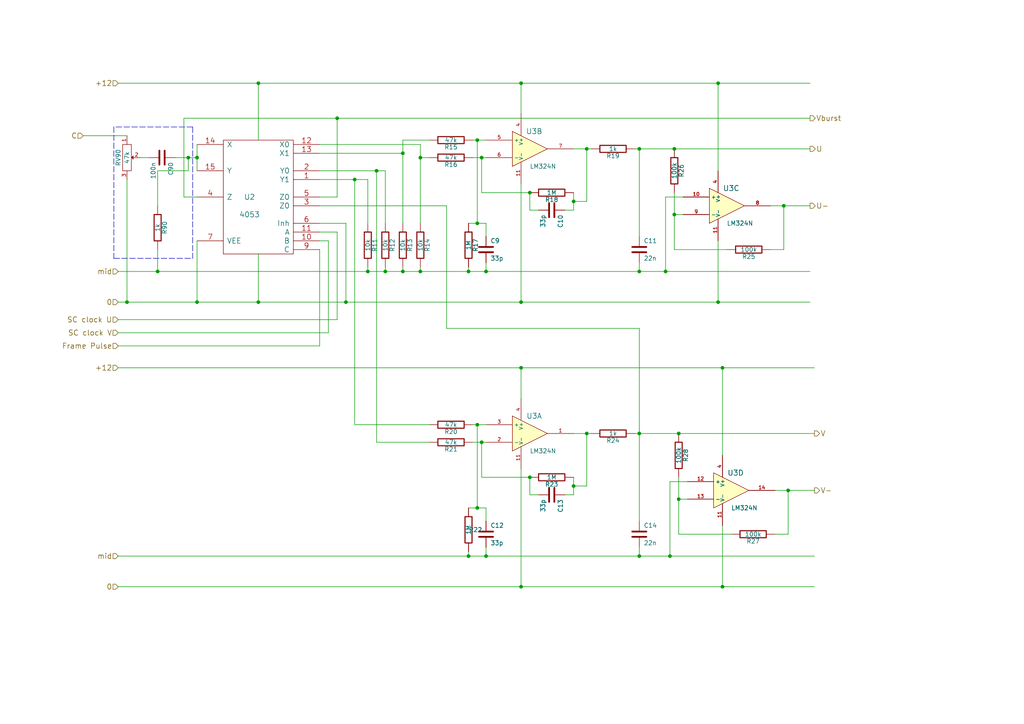
<source format=kicad_sch>
(kicad_sch (version 20211123) (generator eeschema)
  (paper "A4")
  (title_block (date "9 aug 2012"))
  (lib_symbols
    (symbol "Device:C" (pin_numbers hide) (pin_names (offset 0.254))
      (property "Reference" "C" (at 0.635 2.54 0))
      (property "Value" "C" (at 0.635 -2.54 0))
      (symbol "C_0_1"
        (polyline (pts (xy -2.032 -0.762) (xy 2.032 -0.762)) (stroke (width 0.508)))
        (polyline (pts (xy -2.032 0.762) (xy 2.032 0.762)) (stroke (width 0.508)))
      )
      (symbol "C_1_1"
        (pin passive line (at 0 3.81 270) (length 2.794) (name "~") (number "1"))
        (pin passive line (at 0 -3.81 90) (length 2.794) (name "~") (number "2"))
      )
    )
    (symbol "NBSCIII-rescue:4053" (pin_names (offset 1.016))
      (property "Reference" "U" (at 2.54 0 0))
      (property "Value" "4053" (at 2.54 -5.08 0))
      (symbol "4053_0_0"
        (pin power_in line (at 0 16.51 270) (length 0) hide (name "VDD") (number "16"))
        (pin power_in line (at 0 -16.51 90) (length 0) hide (name "VSS") (number "8"))
      )
      (symbol "4053_0_1"
        (rectangle (start -10.16 16.51) (end 10.16 -16.51))
      )
      (symbol "4053_1_1"
        (pin passive line (at -17.78 5.08 0) (length 7.62) (name "Y1") (number "1"))
        (pin input line (at -17.78 -12.7 0) (length 7.62) (name "B") (number "10"))
        (pin input line (at -17.78 -10.16 0) (length 7.62) (name "A") (number "11"))
        (pin passive line (at -17.78 15.24 0) (length 7.62) (name "X0") (number "12"))
        (pin passive line (at -17.78 12.7 0) (length 7.62) (name "X1") (number "13"))
        (pin passive line (at 17.78 15.24 180) (length 7.62) (name "X") (number "14"))
        (pin passive line (at 17.78 7.62 180) (length 7.62) (name "Y") (number "15"))
        (pin passive line (at -17.78 7.62 0) (length 7.62) (name "Y0") (number "2"))
        (pin passive line (at -17.78 -2.54 0) (length 7.62) (name "Z0") (number "3"))
        (pin passive line (at 17.78 0 180) (length 7.62) (name "Z") (number "4"))
        (pin passive line (at -17.78 0 0) (length 7.62) (name "Z0") (number "5"))
        (pin input line (at -17.78 -7.62 0) (length 7.62) (name "Inh") (number "6"))
        (pin power_in line (at 17.78 -12.7 180) (length 7.62) (name "VEE") (number "7"))
        (pin input line (at -17.78 -15.24 0) (length 7.62) (name "C") (number "9"))
      )
    )
    (symbol "NBSCIII-rescue:LM324"
      (property "Reference" "U" (at 1.27 5.08 0))
      (property "Value" "LM324" (at 3.81 -5.08 0))
      (symbol "LM324_0_1"
        (polyline (pts (xy -5.08 5.08) (xy 5.08 0) (xy -5.08 -5.08) (xy -5.08 5.08)) (stroke (width 0.1524)) (fill (type background)))
        (pin power_in line (at -2.54 -10.16 90) (length 6.35) (name "V-") (number "11"))
        (pin power_in line (at -2.54 10.16 270) (length 6.35) (name "V+") (number "4"))
      )
      (symbol "LM324_1_1"
        (pin output line (at 12.7 0 180) (length 7.62) (name "~") (number "1"))
        (pin input line (at -12.7 -2.54 0) (length 7.62) (name "-") (number "2"))
        (pin input line (at -12.7 2.54 0) (length 7.62) (name "+") (number "3"))
      )
      (symbol "LM324_2_1"
        (pin input line (at -12.7 2.54 0) (length 7.62) (name "+") (number "5"))
        (pin input line (at -12.7 -2.54 0) (length 7.62) (name "-") (number "6"))
        (pin output line (at 12.7 0 180) (length 7.62) (name "~") (number "7"))
      )
      (symbol "LM324_3_1"
        (pin input line (at -12.7 2.54 0) (length 7.62) (name "+") (number "10"))
        (pin output line (at 12.7 0 180) (length 7.62) (name "~") (number "8"))
        (pin input line (at -12.7 -2.54 0) (length 7.62) (name "-") (number "9"))
      )
      (symbol "LM324_4_1"
        (pin input line (at -12.7 2.54 0) (length 7.62) (name "+") (number "12"))
        (pin input line (at -12.7 -2.54 0) (length 7.62) (name "-") (number "13"))
        (pin output line (at 12.7 0 180) (length 7.62) (name "~") (number "14"))
      )
    )
    (symbol "NBSCIII-rescue:LM324N"
      (property "Reference" "U" (at 1.27 5.08 0))
      (property "Value" "LM324N" (at 3.81 -5.08 0))
      (symbol "LM324N_0_1"
        (polyline (pts (xy -5.08 5.08) (xy 5.08 0) (xy -5.08 -5.08) (xy -5.08 5.08)) (stroke (width 0.1524)) (fill (type background)))
        (pin power_in line (at -2.54 -10.16 90) (length 6.35) (name "V-") (number "11"))
        (pin power_in line (at -2.54 10.16 270) (length 6.35) (name "V+") (number "4"))
      )
      (symbol "LM324N_1_1"
        (pin output line (at 12.7 0 180) (length 7.62) (name "~") (number "1"))
        (pin input line (at -12.7 -2.54 0) (length 7.62) (name "-") (number "2"))
        (pin input line (at -12.7 2.54 0) (length 7.62) (name "+") (number "3"))
      )
      (symbol "LM324N_2_1"
        (pin input line (at -12.7 2.54 0) (length 7.62) (name "+") (number "5"))
        (pin input line (at -12.7 -2.54 0) (length 7.62) (name "-") (number "6"))
        (pin output line (at 12.7 0 180) (length 7.62) (name "~") (number "7"))
      )
      (symbol "LM324N_3_1"
        (pin input line (at -12.7 2.54 0) (length 7.62) (name "+") (number "10"))
        (pin output line (at 12.7 0 180) (length 7.62) (name "~") (number "8"))
        (pin input line (at -12.7 -2.54 0) (length 7.62) (name "-") (number "9"))
      )
      (symbol "LM324N_4_1"
        (pin input line (at -12.7 2.54 0) (length 7.62) (name "+") (number "12"))
        (pin input line (at -12.7 -2.54 0) (length 7.62) (name "-") (number "13"))
        (pin output line (at 12.7 0 180) (length 7.62) (name "~") (number "14"))
      )
    )
    (symbol "NBSCIII-rescue:POT" (pin_names (offset 1.016) hide)
      (property "Reference" "RV" (at 0 -2.54 0))
      (property "Value" "POT" (at 0 0 0))
      (symbol "POT_0_1"
        (rectangle (start -3.81 1.27) (end 3.81 -1.27))
        (polyline (pts (xy 0 1.27) (xy -0.508 1.778) (xy 0.508 1.778)) (fill (type outline)))
      )
      (symbol "POT_1_1"
        (pin passive line (at -6.35 0 0) (length 2.54) (name "1") (number "1"))
        (pin passive line (at 0 3.81 270) (length 2.032) (name "2") (number "2"))
        (pin passive line (at 6.35 0 180) (length 2.54) (name "3") (number "3"))
      )
    )
    (symbol "NBSCIII-rescue:R" (pin_numbers hide) (pin_names (offset 0))
      (property "Reference" "R" (at 2.032 0 90))
      (property "Value" "R" (at 0 0 90))
      (symbol "R_0_1"
        (rectangle (start -1.016 3.81) (end 1.016 -3.81) (stroke (width 0.3048)))
      )
      (symbol "R_1_1"
        (pin passive line (at 0 6.35 270) (length 2.54) (name "~") (number "1"))
        (pin passive line (at 0 -6.35 90) (length 2.54) (name "~") (number "2"))
      )
    )
  )
  (junction (at 36.83 87.63))
  (junction (at 153.67 138.43))
  (junction (at 57.15 87.63))
  (junction (at 194.31 161.29))
  (junction (at 209.55 106.68))
  (junction (at 116.84 78.74))
  (junction (at 116.84 44.45))
  (junction (at 138.43 123.19))
  (junction (at 54.61 45.72))
  (junction (at 185.42 43.18))
  (junction (at 138.43 64.77))
  (junction (at 140.97 161.29))
  (junction (at 195.58 62.23))
  (junction (at 111.76 78.74))
  (junction (at 74.93 87.63))
  (junction (at 151.13 170.18))
  (junction (at 170.18 43.18))
  (junction (at 208.28 24.13))
  (junction (at 196.85 125.73))
  (junction (at 195.58 43.18))
  (junction (at 139.7 128.27))
  (junction (at 151.13 24.13))
  (junction (at 102.87 52.07))
  (junction (at 109.22 49.53))
  (junction (at 140.97 78.74))
  (junction (at 100.33 87.63))
  (junction (at 74.93 24.13))
  (junction (at 196.85 144.78))
  (junction (at 209.55 170.18))
  (junction (at 138.43 147.32))
  (junction (at 139.7 45.72))
  (junction (at 151.13 106.68))
  (junction (at 170.18 125.73))
  (junction (at 208.28 87.63))
  (junction (at 57.15 45.72))
  (junction (at 121.92 45.72))
  (junction (at 97.79 34.29))
  (junction (at 151.13 87.63))
  (junction (at 135.89 78.74))
  (junction (at 106.68 78.74))
  (junction (at 138.43 40.64))
  (junction (at 185.42 125.73))
  (junction (at 45.72 78.74))
  (junction (at 185.42 161.29))
  (junction (at 193.04 78.74))
  (junction (at 185.42 78.74))
  (junction (at 166.37 140.97))
  (junction (at 166.37 58.42))
  (junction (at 121.92 78.74))
  (junction (at 228.6 142.24))
  (junction (at 153.67 55.88))
  (junction (at 135.89 161.29))
  (junction (at 227.33 59.69))
  (wire (pts (xy 129.54 59.69) (xy 92.71 59.69)))
  (wire (pts (xy 40.64 45.72) (xy 43.18 45.72)))
  (wire (pts (xy 140.97 45.72) (xy 139.7 45.72)))
  (wire (pts (xy 45.72 49.53) (xy 45.72 59.69)))
  (wire (pts (xy 185.42 125.73) (xy 185.42 151.13)))
  (wire (pts (xy 140.97 147.32) (xy 138.43 147.32)))
  (wire (pts (xy 236.22 125.73) (xy 196.85 125.73)))
  (wire (pts (xy 208.28 87.63) (xy 151.13 87.63)))
  (wire (pts (xy 121.92 78.74) (xy 121.92 77.47)))
  (wire (pts (xy 185.42 125.73) (xy 196.85 125.73)))
  (wire (pts (xy 228.6 154.94) (xy 224.79 154.94)))
  (wire (pts (xy 92.71 57.15) (xy 97.79 57.15)))
  (wire (pts (xy 111.76 49.53) (xy 111.76 64.77)))
  (wire (pts (xy 151.13 87.63) (xy 100.33 87.63)))
  (wire (pts (xy 116.84 78.74) (xy 111.76 78.74)))
  (wire (pts (xy 195.58 72.39) (xy 195.58 62.23)))
  (wire (pts (xy 185.42 43.18) (xy 185.42 68.58)))
  (wire (pts (xy 163.83 60.96) (xy 166.37 60.96)))
  (wire (pts (xy 100.33 87.63) (xy 74.93 87.63)))
  (wire (pts (xy 209.55 152.4) (xy 209.55 170.18)))
  (wire (pts (xy 170.18 125.73) (xy 171.45 125.73)))
  (wire (pts (xy 151.13 33.02) (xy 151.13 24.13)))
  (wire (pts (xy 34.29 100.33) (xy 92.71 100.33)))
  (wire (pts (xy 153.67 55.88) (xy 139.7 55.88)))
  (wire (pts (xy 139.7 45.72) (xy 137.16 45.72)))
  (wire (pts (xy 97.79 57.15) (xy 97.79 34.29)))
  (wire (pts (xy 140.97 78.74) (xy 135.89 78.74)))
  (wire (pts (xy 57.15 45.72) (xy 57.15 49.53)))
  (wire (pts (xy 129.54 95.25) (xy 129.54 59.69)))
  (wire (pts (xy 163.83 143.51) (xy 166.37 143.51)))
  (wire (pts (xy 45.72 78.74) (xy 34.29 78.74)))
  (wire (pts (xy 116.84 44.45) (xy 116.84 40.64)))
  (wire (pts (xy 140.97 161.29) (xy 135.89 161.29)))
  (wire (pts (xy 102.87 52.07) (xy 106.68 52.07)))
  (wire (pts (xy 53.34 57.15) (xy 53.34 34.29)))
  (wire (pts (xy 209.55 132.08) (xy 209.55 106.68)))
  (wire (pts (xy 210.82 72.39) (xy 195.58 72.39)))
  (wire (pts (xy 138.43 64.77) (xy 135.89 64.77)))
  (wire (pts (xy 185.42 43.18) (xy 184.15 43.18)))
  (wire (pts (xy 166.37 140.97) (xy 166.37 138.43)))
  (wire (pts (xy 140.97 64.77) (xy 138.43 64.77)))
  (wire (pts (xy 170.18 58.42) (xy 166.37 58.42)))
  (wire (pts (xy 106.68 78.74) (xy 45.72 78.74)))
  (wire (pts (xy 227.33 59.69) (xy 227.33 72.39)))
  (wire (pts (xy 185.42 76.2) (xy 185.42 78.74)))
  (wire (pts (xy 234.95 24.13) (xy 208.28 24.13)))
  (wire (pts (xy 121.92 78.74) (xy 116.84 78.74)))
  (wire (pts (xy 34.29 170.18) (xy 151.13 170.18)))
  (wire (pts (xy 138.43 123.19) (xy 137.16 123.19)))
  (wire (pts (xy 97.79 92.71) (xy 97.79 67.31)))
  (wire (pts (xy 54.61 45.72) (xy 54.61 49.53)))
  (wire (pts (xy 234.95 78.74) (xy 193.04 78.74)))
  (wire (pts (xy 234.95 43.18) (xy 195.58 43.18)))
  (wire (pts (xy 193.04 57.15) (xy 193.04 78.74)))
  (wire (pts (xy 166.37 125.73) (xy 170.18 125.73)))
  (wire (pts (xy 234.95 87.63) (xy 208.28 87.63)))
  (wire (pts (xy 227.33 59.69) (xy 223.52 59.69)))
  (wire (pts (xy 135.89 78.74) (xy 135.89 77.47)))
  (wire (pts (xy 185.42 158.75) (xy 185.42 161.29)))
  (wire (pts (xy 92.71 69.85) (xy 95.25 69.85)))
  (wire (pts (xy 74.93 24.13) (xy 34.29 24.13)))
  (wire (pts (xy 193.04 78.74) (xy 185.42 78.74)))
  (wire (pts (xy 212.09 154.94) (xy 196.85 154.94)))
  (wire (pts (xy 135.89 161.29) (xy 135.89 160.02)))
  (wire (pts (xy 236.22 170.18) (xy 209.55 170.18)))
  (wire (pts (xy 139.7 55.88) (xy 139.7 45.72)))
  (wire (pts (xy 185.42 78.74) (xy 140.97 78.74)))
  (wire (pts (xy 194.31 139.7) (xy 194.31 161.29)))
  (wire (pts (xy 34.29 92.71) (xy 97.79 92.71)))
  (wire (pts (xy 151.13 115.57) (xy 151.13 106.68)))
  (wire (pts (xy 151.13 53.34) (xy 151.13 87.63)))
  (wire (pts (xy 236.22 106.68) (xy 209.55 106.68)))
  (wire (pts (xy 208.28 49.53) (xy 208.28 24.13)))
  (wire (pts (xy 36.83 87.63) (xy 34.29 87.63)))
  (wire (pts (xy 196.85 154.94) (xy 196.85 144.78)))
  (wire (pts (xy 116.84 40.64) (xy 124.46 40.64)))
  (wire (pts (xy 45.72 72.39) (xy 45.72 78.74)))
  (wire (pts (xy 138.43 40.64) (xy 138.43 64.77)))
  (wire (pts (xy 140.97 128.27) (xy 139.7 128.27)))
  (wire (pts (xy 57.15 45.72) (xy 54.61 45.72)))
  (wire (pts (xy 227.33 72.39) (xy 223.52 72.39)))
  (wire (pts (xy 116.84 77.47) (xy 116.84 78.74)))
  (wire (pts (xy 198.12 57.15) (xy 193.04 57.15)))
  (wire (pts (xy 121.92 41.91) (xy 121.92 45.72)))
  (wire (pts (xy 92.71 44.45) (xy 116.84 44.45)))
  (wire (pts (xy 106.68 52.07) (xy 106.68 64.77)))
  (wire (pts (xy 139.7 128.27) (xy 137.16 128.27)))
  (wire (pts (xy 170.18 125.73) (xy 170.18 140.97)))
  (wire (pts (xy 34.29 161.29) (xy 135.89 161.29)))
  (wire (pts (xy 153.67 138.43) (xy 139.7 138.43)))
  (wire (pts (xy 153.67 60.96) (xy 153.67 55.88)))
  (wire (pts (xy 140.97 123.19) (xy 138.43 123.19)))
  (polyline (pts (xy 33.02 74.93) (xy 55.88 74.93)))
  (wire (pts (xy 92.71 52.07) (xy 102.87 52.07)))
  (wire (pts (xy 140.97 64.77) (xy 140.97 68.58)))
  (wire (pts (xy 236.22 142.24) (xy 228.6 142.24)))
  (wire (pts (xy 196.85 144.78) (xy 196.85 138.43)))
  (wire (pts (xy 139.7 138.43) (xy 139.7 128.27)))
  (wire (pts (xy 54.61 49.53) (xy 45.72 49.53)))
  (wire (pts (xy 121.92 45.72) (xy 124.46 45.72)))
  (polyline (pts (xy 55.88 36.83) (xy 33.02 36.83)))
  (wire (pts (xy 106.68 77.47) (xy 106.68 78.74)))
  (polyline (pts (xy 33.02 36.83) (xy 33.02 74.93)))
  (wire (pts (xy 185.42 161.29) (xy 140.97 161.29)))
  (wire (pts (xy 92.71 100.33) (xy 92.71 72.39)))
  (wire (pts (xy 199.39 139.7) (xy 194.31 139.7)))
  (wire (pts (xy 166.37 143.51) (xy 166.37 140.97)))
  (wire (pts (xy 57.15 69.85) (xy 57.15 87.63)))
  (wire (pts (xy 92.71 41.91) (xy 121.92 41.91)))
  (wire (pts (xy 36.83 39.37) (xy 24.13 39.37)))
  (wire (pts (xy 166.37 58.42) (xy 166.37 55.88)))
  (wire (pts (xy 166.37 43.18) (xy 170.18 43.18)))
  (wire (pts (xy 228.6 142.24) (xy 228.6 154.94)))
  (wire (pts (xy 140.97 158.75) (xy 140.97 161.29)))
  (wire (pts (xy 74.93 87.63) (xy 74.93 73.66)))
  (wire (pts (xy 138.43 40.64) (xy 137.16 40.64)))
  (wire (pts (xy 135.89 78.74) (xy 121.92 78.74)))
  (wire (pts (xy 74.93 40.64) (xy 74.93 24.13)))
  (wire (pts (xy 53.34 34.29) (xy 97.79 34.29)))
  (wire (pts (xy 57.15 87.63) (xy 36.83 87.63)))
  (wire (pts (xy 228.6 142.24) (xy 224.79 142.24)))
  (wire (pts (xy 138.43 147.32) (xy 135.89 147.32)))
  (wire (pts (xy 170.18 43.18) (xy 170.18 58.42)))
  (polyline (pts (xy 55.88 36.83) (xy 55.88 74.93)))
  (wire (pts (xy 195.58 62.23) (xy 198.12 62.23)))
  (wire (pts (xy 50.8 45.72) (xy 54.61 45.72)))
  (wire (pts (xy 151.13 135.89) (xy 151.13 170.18)))
  (wire (pts (xy 185.42 95.25) (xy 129.54 95.25)))
  (wire (pts (xy 151.13 24.13) (xy 74.93 24.13)))
  (wire (pts (xy 109.22 49.53) (xy 109.22 128.27)))
  (wire (pts (xy 196.85 144.78) (xy 199.39 144.78)))
  (wire (pts (xy 234.95 59.69) (xy 227.33 59.69)))
  (wire (pts (xy 121.92 45.72) (xy 121.92 64.77)))
  (wire (pts (xy 100.33 64.77) (xy 100.33 87.63)))
  (wire (pts (xy 34.29 106.68) (xy 151.13 106.68)))
  (wire (pts (xy 140.97 76.2) (xy 140.97 78.74)))
  (wire (pts (xy 170.18 43.18) (xy 171.45 43.18)))
  (wire (pts (xy 153.67 143.51) (xy 153.67 138.43)))
  (wire (pts (xy 184.15 125.73) (xy 185.42 125.73)))
  (wire (pts (xy 138.43 123.19) (xy 138.43 147.32)))
  (wire (pts (xy 153.67 60.96) (xy 156.21 60.96)))
  (wire (pts (xy 140.97 40.64) (xy 138.43 40.64)))
  (wire (pts (xy 95.25 96.52) (xy 34.29 96.52)))
  (wire (pts (xy 116.84 64.77) (xy 116.84 44.45)))
  (wire (pts (xy 236.22 161.29) (xy 194.31 161.29)))
  (wire (pts (xy 111.76 78.74) (xy 106.68 78.74)))
  (wire (pts (xy 185.42 161.29) (xy 194.31 161.29)))
  (wire (pts (xy 97.79 67.31) (xy 92.71 67.31)))
  (wire (pts (xy 111.76 78.74) (xy 111.76 77.47)))
  (wire (pts (xy 97.79 34.29) (xy 234.95 34.29)))
  (wire (pts (xy 208.28 69.85) (xy 208.28 87.63)))
  (wire (pts (xy 57.15 41.91) (xy 57.15 45.72)))
  (wire (pts (xy 102.87 123.19) (xy 124.46 123.19)))
  (wire (pts (xy 109.22 128.27) (xy 124.46 128.27)))
  (wire (pts (xy 208.28 24.13) (xy 151.13 24.13)))
  (wire (pts (xy 53.34 57.15) (xy 57.15 57.15)))
  (wire (pts (xy 151.13 106.68) (xy 209.55 106.68)))
  (wire (pts (xy 36.83 52.07) (xy 36.83 87.63)))
  (wire (pts (xy 74.93 87.63) (xy 57.15 87.63)))
  (wire (pts (xy 140.97 147.32) (xy 140.97 151.13)))
  (wire (pts (xy 166.37 60.96) (xy 166.37 58.42)))
  (wire (pts (xy 185.42 125.73) (xy 185.42 95.25)))
  (wire (pts (xy 102.87 52.07) (xy 102.87 123.19)))
  (wire (pts (xy 153.67 143.51) (xy 156.21 143.51)))
  (wire (pts (xy 151.13 170.18) (xy 209.55 170.18)))
  (wire (pts (xy 195.58 43.18) (xy 185.42 43.18)))
  (wire (pts (xy 92.71 49.53) (xy 109.22 49.53)))
  (wire (pts (xy 92.71 64.77) (xy 100.33 64.77)))
  (wire (pts (xy 170.18 140.97) (xy 166.37 140.97)))
  (wire (pts (xy 95.25 69.85) (xy 95.25 96.52)))
  (wire (pts (xy 109.22 49.53) (xy 111.76 49.53)))
  (wire (pts (xy 195.58 62.23) (xy 195.58 55.88)))
  (hierarchical_label "C" (shape input) (at 24.13 39.37 180) (effects (font (size 1.524 1.524))))
  (hierarchical_label "U" (shape output) (at 234.95 43.18 0) (effects (font (size 1.524 1.524))))
  (hierarchical_label "mid" (shape input) (at 34.29 161.29 180) (effects (font (size 1.524 1.524))))
  (hierarchical_label "mid" (shape input) (at 34.29 78.74 180) (effects (font (size 1.524 1.524))))
  (hierarchical_label "+12" (shape input) (at 34.29 24.13 180) (effects (font (size 1.524 1.524))))
  (hierarchical_label "+12" (shape input) (at 34.29 106.68 180) (effects (font (size 1.524 1.524))))
  (hierarchical_label "0" (shape input) (at 34.29 87.63 180) (effects (font (size 1.524 1.524))))
  (hierarchical_label "SC clock U" (shape input) (at 34.29 92.71 180) (effects (font (size 1.524 1.524))))
  (hierarchical_label "U-" (shape output) (at 234.95 59.69 0) (effects (font (size 1.524 1.524))))
  (hierarchical_label "V" (shape output) (at 236.22 125.73 0) (effects (font (size 1.524 1.524))))
  (hierarchical_label "0" (shape input) (at 34.29 170.18 180) (effects (font (size 1.524 1.524))))
  (hierarchical_label "Vburst" (shape output) (at 234.95 34.29 0) (effects (font (size 1.524 1.524))))
  (hierarchical_label "V-" (shape output) (at 236.22 142.24 0) (effects (font (size 1.524 1.524))))
  (hierarchical_label "SC clock V" (shape input) (at 34.29 96.52 180) (effects (font (size 1.524 1.524))))
  (hierarchical_label "Frame Pulse" (shape input) (at 34.29 100.33 180) (effects (font (size 1.524 1.524))))
  (symbol (lib_id "NBSCIII-rescue:4053") (at 74.93 57.15 0) (mirror y) (unit 1)
    (property "Reference" "U2" (at 72.39 57.15 0) (effects (font (size 1.524 1.524))))
    (property "Value" "4053" (at 72.39 62.23 0) (effects (font (size 1.524 1.524))))
  )
  (symbol (lib_id "NBSCIII-rescue:R") (at 106.68 71.12 0) (unit 1)
    (property "Reference" "R11" (at 108.712 71.12 90))
    (property "Value" "10k" (at 106.68 71.12 90))
  )
  (symbol (lib_id "NBSCIII-rescue:R") (at 111.76 71.12 0) (unit 1)
    (property "Reference" "R12" (at 113.792 71.12 90))
    (property "Value" "10k" (at 111.76 71.12 90))
  )
  (symbol (lib_id "NBSCIII-rescue:R") (at 116.84 71.12 0) (unit 1)
    (property "Reference" "R13" (at 118.872 71.12 90))
    (property "Value" "10k" (at 116.84 71.12 90))
  )
  (symbol (lib_id "NBSCIII-rescue:R") (at 121.92 71.12 0) (unit 1)
    (property "Reference" "R14" (at 123.952 71.12 90))
    (property "Value" "10k" (at 121.92 71.12 90))
  )
  (symbol (lib_id "NBSCIII-rescue:LM324N") (at 153.67 43.18 0) (unit 2)
    (property "Reference" "U3" (at 154.94 38.1 0) (effects (font (size 1.524 1.524))))
    (property "Value" "LM324N" (at 157.48 48.26 0))
  )
  (symbol (lib_id "NBSCIII-rescue:R") (at 130.81 45.72 270) (unit 1)
    (property "Reference" "R16" (at 130.81 47.752 90))
    (property "Value" "47k" (at 130.81 45.72 90))
  )
  (symbol (lib_id "NBSCIII-rescue:R") (at 130.81 40.64 270) (unit 1)
    (property "Reference" "R15" (at 130.81 42.672 90))
    (property "Value" "47k" (at 130.81 40.64 90))
  )
  (symbol (lib_id "NBSCIII-rescue:R") (at 135.89 71.12 0) (unit 1)
    (property "Reference" "R17" (at 137.922 71.12 90))
    (property "Value" "1M" (at 135.89 71.12 90))
  )
  (symbol (lib_id "Device:C") (at 140.97 72.39 0) (unit 1)
    (property "Reference" "C9" (at 142.24 69.85 0) (effects (justify left)))
    (property "Value" "33p" (at 142.24 74.93 0) (effects (justify left)))
  )
  (symbol (lib_id "NBSCIII-rescue:R") (at 160.02 55.88 270) (unit 1)
    (property "Reference" "R18" (at 160.02 57.912 90))
    (property "Value" "1M" (at 160.02 55.88 90))
  )
  (symbol (lib_id "Device:C") (at 160.02 60.96 270) (unit 1)
    (property "Reference" "C10" (at 162.56 62.23 0) (effects (justify left)))
    (property "Value" "33p" (at 157.48 62.23 0) (effects (justify left)))
  )
  (symbol (lib_id "NBSCIII-rescue:R") (at 177.8 43.18 270) (unit 1)
    (property "Reference" "R19" (at 177.8 45.212 90))
    (property "Value" "1k" (at 177.8 43.18 90))
  )
  (symbol (lib_id "Device:C") (at 185.42 72.39 0) (unit 1)
    (property "Reference" "C11" (at 186.69 69.85 0) (effects (justify left)))
    (property "Value" "22n" (at 186.69 74.93 0) (effects (justify left)))
  )
  (symbol (lib_id "NBSCIII-rescue:LM324N") (at 153.67 125.73 0) (unit 1)
    (property "Reference" "U3" (at 154.94 120.65 0) (effects (font (size 1.524 1.524))))
    (property "Value" "LM324N" (at 157.48 130.81 0))
  )
  (symbol (lib_id "NBSCIII-rescue:R") (at 130.81 128.27 270) (unit 1)
    (property "Reference" "R21" (at 130.81 130.302 90))
    (property "Value" "47k" (at 130.81 128.27 90))
  )
  (symbol (lib_id "NBSCIII-rescue:R") (at 130.81 123.19 270) (unit 1)
    (property "Reference" "R20" (at 130.81 125.222 90))
    (property "Value" "47k" (at 130.81 123.19 90))
  )
  (symbol (lib_id "NBSCIII-rescue:R") (at 135.89 153.67 0) (unit 1)
    (property "Reference" "R22" (at 137.922 153.67 0))
    (property "Value" "1M" (at 135.89 153.67 90))
  )
  (symbol (lib_id "Device:C") (at 140.97 154.94 0) (unit 1)
    (property "Reference" "C12" (at 142.24 152.4 0) (effects (justify left)))
    (property "Value" "33p" (at 142.24 157.48 0) (effects (justify left)))
  )
  (symbol (lib_id "NBSCIII-rescue:R") (at 160.02 138.43 270) (unit 1)
    (property "Reference" "R23" (at 160.02 140.462 90))
    (property "Value" "1M" (at 160.02 138.43 90))
  )
  (symbol (lib_id "Device:C") (at 160.02 143.51 270) (unit 1)
    (property "Reference" "C13" (at 162.56 144.78 0) (effects (justify left)))
    (property "Value" "33p" (at 157.48 144.78 0) (effects (justify left)))
  )
  (symbol (lib_id "NBSCIII-rescue:R") (at 177.8 125.73 270) (unit 1)
    (property "Reference" "R24" (at 177.8 127.762 90))
    (property "Value" "1k" (at 177.8 125.73 90))
  )
  (symbol (lib_id "Device:C") (at 185.42 154.94 0) (unit 1)
    (property "Reference" "C14" (at 186.69 152.4 0) (effects (justify left)))
    (property "Value" "22n" (at 186.69 157.48 0) (effects (justify left)))
  )
  (symbol (lib_id "NBSCIII-rescue:LM324") (at 210.82 59.69 0) (unit 3)
    (property "Reference" "U3" (at 212.09 54.61 0) (effects (font (size 1.524 1.524))))
    (property "Value" "LM324N" (at 214.63 64.77 0))
  )
  (symbol (lib_id "NBSCIII-rescue:R") (at 217.17 72.39 270) (unit 1)
    (property "Reference" "R25" (at 217.17 74.422 90))
    (property "Value" "100k" (at 217.17 72.39 90))
  )
  (symbol (lib_id "NBSCIII-rescue:R") (at 195.58 49.53 0) (unit 1)
    (property "Reference" "R26" (at 197.612 49.53 90))
    (property "Value" "100k" (at 195.58 49.53 90))
  )
  (symbol (lib_id "NBSCIII-rescue:LM324") (at 212.09 142.24 0) (unit 4)
    (property "Reference" "U3" (at 213.36 137.16 0) (effects (font (size 1.524 1.524))))
    (property "Value" "LM324N" (at 215.9 147.32 0))
  )
  (symbol (lib_id "NBSCIII-rescue:R") (at 218.44 154.94 270) (unit 1)
    (property "Reference" "R27" (at 218.44 156.972 90))
    (property "Value" "100k" (at 218.44 154.94 90))
  )
  (symbol (lib_id "NBSCIII-rescue:R") (at 196.85 132.08 0) (unit 1)
    (property "Reference" "R28" (at 198.882 132.08 90))
    (property "Value" "100k" (at 196.85 132.08 90))
  )
  (symbol (lib_id "NBSCIII-rescue:POT") (at 36.83 45.72 270) (unit 1)
    (property "Reference" "RV90" (at 34.29 45.72 0))
    (property "Value" "47k" (at 36.83 45.72 0))
  )
  (symbol (lib_id "Device:C") (at 46.99 45.72 270) (unit 1)
    (property "Reference" "C90" (at 49.53 46.99 0) (effects (justify left)))
    (property "Value" "100n" (at 44.45 46.99 0) (effects (justify left)))
  )
  (symbol (lib_id "NBSCIII-rescue:R") (at 45.72 66.04 0) (unit 1)
    (property "Reference" "R90" (at 47.752 66.04 90))
    (property "Value" "1k" (at 45.72 66.04 90))
  )
)
</source>
